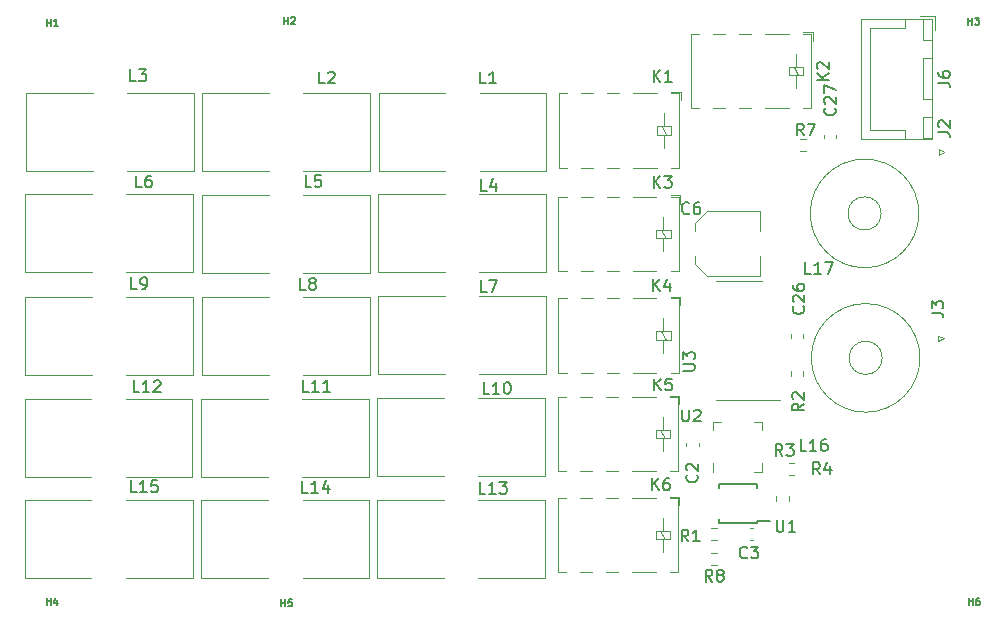
<source format=gbr>
%TF.GenerationSoftware,KiCad,Pcbnew,7.0.10*%
%TF.CreationDate,2024-04-14T10:08:43-05:00*%
%TF.ProjectId,txfilters,74786669-6c74-4657-9273-2e6b69636164,rev?*%
%TF.SameCoordinates,Original*%
%TF.FileFunction,Legend,Top*%
%TF.FilePolarity,Positive*%
%FSLAX46Y46*%
G04 Gerber Fmt 4.6, Leading zero omitted, Abs format (unit mm)*
G04 Created by KiCad (PCBNEW 7.0.10) date 2024-04-14 10:08:43*
%MOMM*%
%LPD*%
G01*
G04 APERTURE LIST*
%ADD10C,0.150000*%
%ADD11C,0.120000*%
G04 APERTURE END LIST*
D10*
X154980905Y-141049819D02*
X154980905Y-140049819D01*
X155552333Y-141049819D02*
X155123762Y-140478390D01*
X155552333Y-140049819D02*
X154980905Y-140621247D01*
X156409476Y-140049819D02*
X156219000Y-140049819D01*
X156219000Y-140049819D02*
X156123762Y-140097438D01*
X156123762Y-140097438D02*
X156076143Y-140145057D01*
X156076143Y-140145057D02*
X155980905Y-140287914D01*
X155980905Y-140287914D02*
X155933286Y-140478390D01*
X155933286Y-140478390D02*
X155933286Y-140859342D01*
X155933286Y-140859342D02*
X155980905Y-140954580D01*
X155980905Y-140954580D02*
X156028524Y-141002200D01*
X156028524Y-141002200D02*
X156123762Y-141049819D01*
X156123762Y-141049819D02*
X156314238Y-141049819D01*
X156314238Y-141049819D02*
X156409476Y-141002200D01*
X156409476Y-141002200D02*
X156457095Y-140954580D01*
X156457095Y-140954580D02*
X156504714Y-140859342D01*
X156504714Y-140859342D02*
X156504714Y-140621247D01*
X156504714Y-140621247D02*
X156457095Y-140526009D01*
X156457095Y-140526009D02*
X156409476Y-140478390D01*
X156409476Y-140478390D02*
X156314238Y-140430771D01*
X156314238Y-140430771D02*
X156123762Y-140430771D01*
X156123762Y-140430771D02*
X156028524Y-140478390D01*
X156028524Y-140478390D02*
X155980905Y-140526009D01*
X155980905Y-140526009D02*
X155933286Y-140621247D01*
X111388333Y-124037319D02*
X110912143Y-124037319D01*
X110912143Y-124037319D02*
X110912143Y-123037319D01*
X111769286Y-124037319D02*
X111959762Y-124037319D01*
X111959762Y-124037319D02*
X112055000Y-123989700D01*
X112055000Y-123989700D02*
X112102619Y-123942080D01*
X112102619Y-123942080D02*
X112197857Y-123799223D01*
X112197857Y-123799223D02*
X112245476Y-123608747D01*
X112245476Y-123608747D02*
X112245476Y-123227795D01*
X112245476Y-123227795D02*
X112197857Y-123132557D01*
X112197857Y-123132557D02*
X112150238Y-123084938D01*
X112150238Y-123084938D02*
X112055000Y-123037319D01*
X112055000Y-123037319D02*
X111864524Y-123037319D01*
X111864524Y-123037319D02*
X111769286Y-123084938D01*
X111769286Y-123084938D02*
X111721667Y-123132557D01*
X111721667Y-123132557D02*
X111674048Y-123227795D01*
X111674048Y-123227795D02*
X111674048Y-123465890D01*
X111674048Y-123465890D02*
X111721667Y-123561128D01*
X111721667Y-123561128D02*
X111769286Y-123608747D01*
X111769286Y-123608747D02*
X111864524Y-123656366D01*
X111864524Y-123656366D02*
X112055000Y-123656366D01*
X112055000Y-123656366D02*
X112150238Y-123608747D01*
X112150238Y-123608747D02*
X112197857Y-123561128D01*
X112197857Y-123561128D02*
X112245476Y-123465890D01*
X170466580Y-108703857D02*
X170514200Y-108751476D01*
X170514200Y-108751476D02*
X170561819Y-108894333D01*
X170561819Y-108894333D02*
X170561819Y-108989571D01*
X170561819Y-108989571D02*
X170514200Y-109132428D01*
X170514200Y-109132428D02*
X170418961Y-109227666D01*
X170418961Y-109227666D02*
X170323723Y-109275285D01*
X170323723Y-109275285D02*
X170133247Y-109322904D01*
X170133247Y-109322904D02*
X169990390Y-109322904D01*
X169990390Y-109322904D02*
X169799914Y-109275285D01*
X169799914Y-109275285D02*
X169704676Y-109227666D01*
X169704676Y-109227666D02*
X169609438Y-109132428D01*
X169609438Y-109132428D02*
X169561819Y-108989571D01*
X169561819Y-108989571D02*
X169561819Y-108894333D01*
X169561819Y-108894333D02*
X169609438Y-108751476D01*
X169609438Y-108751476D02*
X169657057Y-108703857D01*
X169657057Y-108322904D02*
X169609438Y-108275285D01*
X169609438Y-108275285D02*
X169561819Y-108180047D01*
X169561819Y-108180047D02*
X169561819Y-107941952D01*
X169561819Y-107941952D02*
X169609438Y-107846714D01*
X169609438Y-107846714D02*
X169657057Y-107799095D01*
X169657057Y-107799095D02*
X169752295Y-107751476D01*
X169752295Y-107751476D02*
X169847533Y-107751476D01*
X169847533Y-107751476D02*
X169990390Y-107799095D01*
X169990390Y-107799095D02*
X170561819Y-108370523D01*
X170561819Y-108370523D02*
X170561819Y-107751476D01*
X169561819Y-107418142D02*
X169561819Y-106751476D01*
X169561819Y-106751476D02*
X170561819Y-107180047D01*
X103722857Y-101769771D02*
X103722857Y-101169771D01*
X103722857Y-101455485D02*
X104065714Y-101455485D01*
X104065714Y-101769771D02*
X104065714Y-101169771D01*
X104665713Y-101769771D02*
X104322856Y-101769771D01*
X104494285Y-101769771D02*
X104494285Y-101169771D01*
X104494285Y-101169771D02*
X104437142Y-101255485D01*
X104437142Y-101255485D02*
X104379999Y-101312628D01*
X104379999Y-101312628D02*
X104322856Y-101341200D01*
X140918333Y-106604819D02*
X140442143Y-106604819D01*
X140442143Y-106604819D02*
X140442143Y-105604819D01*
X141775476Y-106604819D02*
X141204048Y-106604819D01*
X141489762Y-106604819D02*
X141489762Y-105604819D01*
X141489762Y-105604819D02*
X141394524Y-105747676D01*
X141394524Y-105747676D02*
X141299286Y-105842914D01*
X141299286Y-105842914D02*
X141204048Y-105890533D01*
X155122905Y-106459819D02*
X155122905Y-105459819D01*
X155694333Y-106459819D02*
X155265762Y-105888390D01*
X155694333Y-105459819D02*
X155122905Y-106031247D01*
X156646714Y-106459819D02*
X156075286Y-106459819D01*
X156361000Y-106459819D02*
X156361000Y-105459819D01*
X156361000Y-105459819D02*
X156265762Y-105602676D01*
X156265762Y-105602676D02*
X156170524Y-105697914D01*
X156170524Y-105697914D02*
X156075286Y-105745533D01*
X168444142Y-122731819D02*
X167967952Y-122731819D01*
X167967952Y-122731819D02*
X167967952Y-121731819D01*
X169301285Y-122731819D02*
X168729857Y-122731819D01*
X169015571Y-122731819D02*
X169015571Y-121731819D01*
X169015571Y-121731819D02*
X168920333Y-121874676D01*
X168920333Y-121874676D02*
X168825095Y-121969914D01*
X168825095Y-121969914D02*
X168729857Y-122017533D01*
X169634619Y-121731819D02*
X170301285Y-121731819D01*
X170301285Y-121731819D02*
X169872714Y-122731819D01*
X127278333Y-106604819D02*
X126802143Y-106604819D01*
X126802143Y-106604819D02*
X126802143Y-105604819D01*
X127564048Y-105700057D02*
X127611667Y-105652438D01*
X127611667Y-105652438D02*
X127706905Y-105604819D01*
X127706905Y-105604819D02*
X127945000Y-105604819D01*
X127945000Y-105604819D02*
X128040238Y-105652438D01*
X128040238Y-105652438D02*
X128087857Y-105700057D01*
X128087857Y-105700057D02*
X128135476Y-105795295D01*
X128135476Y-105795295D02*
X128135476Y-105890533D01*
X128135476Y-105890533D02*
X128087857Y-106033390D01*
X128087857Y-106033390D02*
X127516429Y-106604819D01*
X127516429Y-106604819D02*
X128135476Y-106604819D01*
X111308333Y-106414819D02*
X110832143Y-106414819D01*
X110832143Y-106414819D02*
X110832143Y-105414819D01*
X111546429Y-105414819D02*
X112165476Y-105414819D01*
X112165476Y-105414819D02*
X111832143Y-105795771D01*
X111832143Y-105795771D02*
X111975000Y-105795771D01*
X111975000Y-105795771D02*
X112070238Y-105843390D01*
X112070238Y-105843390D02*
X112117857Y-105891009D01*
X112117857Y-105891009D02*
X112165476Y-105986247D01*
X112165476Y-105986247D02*
X112165476Y-106224342D01*
X112165476Y-106224342D02*
X112117857Y-106319580D01*
X112117857Y-106319580D02*
X112070238Y-106367200D01*
X112070238Y-106367200D02*
X111975000Y-106414819D01*
X111975000Y-106414819D02*
X111689286Y-106414819D01*
X111689286Y-106414819D02*
X111594048Y-106367200D01*
X111594048Y-106367200D02*
X111546429Y-106319580D01*
X155164905Y-132601319D02*
X155164905Y-131601319D01*
X155736333Y-132601319D02*
X155307762Y-132029890D01*
X155736333Y-131601319D02*
X155164905Y-132172747D01*
X156641095Y-131601319D02*
X156164905Y-131601319D01*
X156164905Y-131601319D02*
X156117286Y-132077509D01*
X156117286Y-132077509D02*
X156164905Y-132029890D01*
X156164905Y-132029890D02*
X156260143Y-131982271D01*
X156260143Y-131982271D02*
X156498238Y-131982271D01*
X156498238Y-131982271D02*
X156593476Y-132029890D01*
X156593476Y-132029890D02*
X156641095Y-132077509D01*
X156641095Y-132077509D02*
X156688714Y-132172747D01*
X156688714Y-132172747D02*
X156688714Y-132410842D01*
X156688714Y-132410842D02*
X156641095Y-132506080D01*
X156641095Y-132506080D02*
X156593476Y-132553700D01*
X156593476Y-132553700D02*
X156498238Y-132601319D01*
X156498238Y-132601319D02*
X156260143Y-132601319D01*
X156260143Y-132601319D02*
X156164905Y-132553700D01*
X156164905Y-132553700D02*
X156117286Y-132506080D01*
X157605819Y-130928904D02*
X158415342Y-130928904D01*
X158415342Y-130928904D02*
X158510580Y-130881285D01*
X158510580Y-130881285D02*
X158558200Y-130833666D01*
X158558200Y-130833666D02*
X158605819Y-130738428D01*
X158605819Y-130738428D02*
X158605819Y-130547952D01*
X158605819Y-130547952D02*
X158558200Y-130452714D01*
X158558200Y-130452714D02*
X158510580Y-130405095D01*
X158510580Y-130405095D02*
X158415342Y-130357476D01*
X158415342Y-130357476D02*
X157605819Y-130357476D01*
X157605819Y-129976523D02*
X157605819Y-129357476D01*
X157605819Y-129357476D02*
X157986771Y-129690809D01*
X157986771Y-129690809D02*
X157986771Y-129547952D01*
X157986771Y-129547952D02*
X158034390Y-129452714D01*
X158034390Y-129452714D02*
X158082009Y-129405095D01*
X158082009Y-129405095D02*
X158177247Y-129357476D01*
X158177247Y-129357476D02*
X158415342Y-129357476D01*
X158415342Y-129357476D02*
X158510580Y-129405095D01*
X158510580Y-129405095D02*
X158558200Y-129452714D01*
X158558200Y-129452714D02*
X158605819Y-129547952D01*
X158605819Y-129547952D02*
X158605819Y-129833666D01*
X158605819Y-129833666D02*
X158558200Y-129928904D01*
X158558200Y-129928904D02*
X158510580Y-129976523D01*
X163044333Y-146724580D02*
X162996714Y-146772200D01*
X162996714Y-146772200D02*
X162853857Y-146819819D01*
X162853857Y-146819819D02*
X162758619Y-146819819D01*
X162758619Y-146819819D02*
X162615762Y-146772200D01*
X162615762Y-146772200D02*
X162520524Y-146676961D01*
X162520524Y-146676961D02*
X162472905Y-146581723D01*
X162472905Y-146581723D02*
X162425286Y-146391247D01*
X162425286Y-146391247D02*
X162425286Y-146248390D01*
X162425286Y-146248390D02*
X162472905Y-146057914D01*
X162472905Y-146057914D02*
X162520524Y-145962676D01*
X162520524Y-145962676D02*
X162615762Y-145867438D01*
X162615762Y-145867438D02*
X162758619Y-145819819D01*
X162758619Y-145819819D02*
X162853857Y-145819819D01*
X162853857Y-145819819D02*
X162996714Y-145867438D01*
X162996714Y-145867438D02*
X163044333Y-145915057D01*
X163377667Y-145819819D02*
X163996714Y-145819819D01*
X163996714Y-145819819D02*
X163663381Y-146200771D01*
X163663381Y-146200771D02*
X163806238Y-146200771D01*
X163806238Y-146200771D02*
X163901476Y-146248390D01*
X163901476Y-146248390D02*
X163949095Y-146296009D01*
X163949095Y-146296009D02*
X163996714Y-146391247D01*
X163996714Y-146391247D02*
X163996714Y-146629342D01*
X163996714Y-146629342D02*
X163949095Y-146724580D01*
X163949095Y-146724580D02*
X163901476Y-146772200D01*
X163901476Y-146772200D02*
X163806238Y-146819819D01*
X163806238Y-146819819D02*
X163520524Y-146819819D01*
X163520524Y-146819819D02*
X163425286Y-146772200D01*
X163425286Y-146772200D02*
X163377667Y-146724580D01*
X181792857Y-150779771D02*
X181792857Y-150179771D01*
X181792857Y-150465485D02*
X182135714Y-150465485D01*
X182135714Y-150779771D02*
X182135714Y-150179771D01*
X182678571Y-150179771D02*
X182564285Y-150179771D01*
X182564285Y-150179771D02*
X182507142Y-150208342D01*
X182507142Y-150208342D02*
X182478571Y-150236914D01*
X182478571Y-150236914D02*
X182421428Y-150322628D01*
X182421428Y-150322628D02*
X182392856Y-150436914D01*
X182392856Y-150436914D02*
X182392856Y-150665485D01*
X182392856Y-150665485D02*
X182421428Y-150722628D01*
X182421428Y-150722628D02*
X182449999Y-150751200D01*
X182449999Y-150751200D02*
X182507142Y-150779771D01*
X182507142Y-150779771D02*
X182621428Y-150779771D01*
X182621428Y-150779771D02*
X182678571Y-150751200D01*
X182678571Y-150751200D02*
X182707142Y-150722628D01*
X182707142Y-150722628D02*
X182735713Y-150665485D01*
X182735713Y-150665485D02*
X182735713Y-150522628D01*
X182735713Y-150522628D02*
X182707142Y-150465485D01*
X182707142Y-150465485D02*
X182678571Y-150436914D01*
X182678571Y-150436914D02*
X182621428Y-150408342D01*
X182621428Y-150408342D02*
X182507142Y-150408342D01*
X182507142Y-150408342D02*
X182449999Y-150436914D01*
X182449999Y-150436914D02*
X182421428Y-150465485D01*
X182421428Y-150465485D02*
X182392856Y-150522628D01*
X123812857Y-101598771D02*
X123812857Y-100998771D01*
X123812857Y-101284485D02*
X124155714Y-101284485D01*
X124155714Y-101598771D02*
X124155714Y-100998771D01*
X124412856Y-101055914D02*
X124441428Y-101027342D01*
X124441428Y-101027342D02*
X124498571Y-100998771D01*
X124498571Y-100998771D02*
X124641428Y-100998771D01*
X124641428Y-100998771D02*
X124698571Y-101027342D01*
X124698571Y-101027342D02*
X124727142Y-101055914D01*
X124727142Y-101055914D02*
X124755713Y-101113057D01*
X124755713Y-101113057D02*
X124755713Y-101170200D01*
X124755713Y-101170200D02*
X124727142Y-101255914D01*
X124727142Y-101255914D02*
X124384285Y-101598771D01*
X124384285Y-101598771D02*
X124755713Y-101598771D01*
X178658819Y-126046333D02*
X179373104Y-126046333D01*
X179373104Y-126046333D02*
X179515961Y-126093952D01*
X179515961Y-126093952D02*
X179611200Y-126189190D01*
X179611200Y-126189190D02*
X179658819Y-126332047D01*
X179658819Y-126332047D02*
X179658819Y-126427285D01*
X178658819Y-125665380D02*
X178658819Y-125046333D01*
X178658819Y-125046333D02*
X179039771Y-125379666D01*
X179039771Y-125379666D02*
X179039771Y-125236809D01*
X179039771Y-125236809D02*
X179087390Y-125141571D01*
X179087390Y-125141571D02*
X179135009Y-125093952D01*
X179135009Y-125093952D02*
X179230247Y-125046333D01*
X179230247Y-125046333D02*
X179468342Y-125046333D01*
X179468342Y-125046333D02*
X179563580Y-125093952D01*
X179563580Y-125093952D02*
X179611200Y-125141571D01*
X179611200Y-125141571D02*
X179658819Y-125236809D01*
X179658819Y-125236809D02*
X179658819Y-125522523D01*
X179658819Y-125522523D02*
X179611200Y-125617761D01*
X179611200Y-125617761D02*
X179563580Y-125665380D01*
X111778333Y-115416069D02*
X111302143Y-115416069D01*
X111302143Y-115416069D02*
X111302143Y-114416069D01*
X112540238Y-114416069D02*
X112349762Y-114416069D01*
X112349762Y-114416069D02*
X112254524Y-114463688D01*
X112254524Y-114463688D02*
X112206905Y-114511307D01*
X112206905Y-114511307D02*
X112111667Y-114654164D01*
X112111667Y-114654164D02*
X112064048Y-114844640D01*
X112064048Y-114844640D02*
X112064048Y-115225592D01*
X112064048Y-115225592D02*
X112111667Y-115320830D01*
X112111667Y-115320830D02*
X112159286Y-115368450D01*
X112159286Y-115368450D02*
X112254524Y-115416069D01*
X112254524Y-115416069D02*
X112445000Y-115416069D01*
X112445000Y-115416069D02*
X112540238Y-115368450D01*
X112540238Y-115368450D02*
X112587857Y-115320830D01*
X112587857Y-115320830D02*
X112635476Y-115225592D01*
X112635476Y-115225592D02*
X112635476Y-114987497D01*
X112635476Y-114987497D02*
X112587857Y-114892259D01*
X112587857Y-114892259D02*
X112540238Y-114844640D01*
X112540238Y-114844640D02*
X112445000Y-114797021D01*
X112445000Y-114797021D02*
X112254524Y-114797021D01*
X112254524Y-114797021D02*
X112159286Y-114844640D01*
X112159286Y-114844640D02*
X112111667Y-114892259D01*
X112111667Y-114892259D02*
X112064048Y-114987497D01*
X158134333Y-117584580D02*
X158086714Y-117632200D01*
X158086714Y-117632200D02*
X157943857Y-117679819D01*
X157943857Y-117679819D02*
X157848619Y-117679819D01*
X157848619Y-117679819D02*
X157705762Y-117632200D01*
X157705762Y-117632200D02*
X157610524Y-117536961D01*
X157610524Y-117536961D02*
X157562905Y-117441723D01*
X157562905Y-117441723D02*
X157515286Y-117251247D01*
X157515286Y-117251247D02*
X157515286Y-117108390D01*
X157515286Y-117108390D02*
X157562905Y-116917914D01*
X157562905Y-116917914D02*
X157610524Y-116822676D01*
X157610524Y-116822676D02*
X157705762Y-116727438D01*
X157705762Y-116727438D02*
X157848619Y-116679819D01*
X157848619Y-116679819D02*
X157943857Y-116679819D01*
X157943857Y-116679819D02*
X158086714Y-116727438D01*
X158086714Y-116727438D02*
X158134333Y-116775057D01*
X158991476Y-116679819D02*
X158801000Y-116679819D01*
X158801000Y-116679819D02*
X158705762Y-116727438D01*
X158705762Y-116727438D02*
X158658143Y-116775057D01*
X158658143Y-116775057D02*
X158562905Y-116917914D01*
X158562905Y-116917914D02*
X158515286Y-117108390D01*
X158515286Y-117108390D02*
X158515286Y-117489342D01*
X158515286Y-117489342D02*
X158562905Y-117584580D01*
X158562905Y-117584580D02*
X158610524Y-117632200D01*
X158610524Y-117632200D02*
X158705762Y-117679819D01*
X158705762Y-117679819D02*
X158896238Y-117679819D01*
X158896238Y-117679819D02*
X158991476Y-117632200D01*
X158991476Y-117632200D02*
X159039095Y-117584580D01*
X159039095Y-117584580D02*
X159086714Y-117489342D01*
X159086714Y-117489342D02*
X159086714Y-117251247D01*
X159086714Y-117251247D02*
X159039095Y-117156009D01*
X159039095Y-117156009D02*
X158991476Y-117108390D01*
X158991476Y-117108390D02*
X158896238Y-117060771D01*
X158896238Y-117060771D02*
X158705762Y-117060771D01*
X158705762Y-117060771D02*
X158610524Y-117108390D01*
X158610524Y-117108390D02*
X158562905Y-117156009D01*
X158562905Y-117156009D02*
X158515286Y-117251247D01*
X167794580Y-125485857D02*
X167842200Y-125533476D01*
X167842200Y-125533476D02*
X167889819Y-125676333D01*
X167889819Y-125676333D02*
X167889819Y-125771571D01*
X167889819Y-125771571D02*
X167842200Y-125914428D01*
X167842200Y-125914428D02*
X167746961Y-126009666D01*
X167746961Y-126009666D02*
X167651723Y-126057285D01*
X167651723Y-126057285D02*
X167461247Y-126104904D01*
X167461247Y-126104904D02*
X167318390Y-126104904D01*
X167318390Y-126104904D02*
X167127914Y-126057285D01*
X167127914Y-126057285D02*
X167032676Y-126009666D01*
X167032676Y-126009666D02*
X166937438Y-125914428D01*
X166937438Y-125914428D02*
X166889819Y-125771571D01*
X166889819Y-125771571D02*
X166889819Y-125676333D01*
X166889819Y-125676333D02*
X166937438Y-125533476D01*
X166937438Y-125533476D02*
X166985057Y-125485857D01*
X166985057Y-125104904D02*
X166937438Y-125057285D01*
X166937438Y-125057285D02*
X166889819Y-124962047D01*
X166889819Y-124962047D02*
X166889819Y-124723952D01*
X166889819Y-124723952D02*
X166937438Y-124628714D01*
X166937438Y-124628714D02*
X166985057Y-124581095D01*
X166985057Y-124581095D02*
X167080295Y-124533476D01*
X167080295Y-124533476D02*
X167175533Y-124533476D01*
X167175533Y-124533476D02*
X167318390Y-124581095D01*
X167318390Y-124581095D02*
X167889819Y-125152523D01*
X167889819Y-125152523D02*
X167889819Y-124533476D01*
X166889819Y-123676333D02*
X166889819Y-123866809D01*
X166889819Y-123866809D02*
X166937438Y-123962047D01*
X166937438Y-123962047D02*
X166985057Y-124009666D01*
X166985057Y-124009666D02*
X167127914Y-124104904D01*
X167127914Y-124104904D02*
X167318390Y-124152523D01*
X167318390Y-124152523D02*
X167699342Y-124152523D01*
X167699342Y-124152523D02*
X167794580Y-124104904D01*
X167794580Y-124104904D02*
X167842200Y-124057285D01*
X167842200Y-124057285D02*
X167889819Y-123962047D01*
X167889819Y-123962047D02*
X167889819Y-123771571D01*
X167889819Y-123771571D02*
X167842200Y-123676333D01*
X167842200Y-123676333D02*
X167794580Y-123628714D01*
X167794580Y-123628714D02*
X167699342Y-123581095D01*
X167699342Y-123581095D02*
X167461247Y-123581095D01*
X167461247Y-123581095D02*
X167366009Y-123628714D01*
X167366009Y-123628714D02*
X167318390Y-123676333D01*
X167318390Y-123676333D02*
X167270771Y-123771571D01*
X167270771Y-123771571D02*
X167270771Y-123962047D01*
X167270771Y-123962047D02*
X167318390Y-124057285D01*
X167318390Y-124057285D02*
X167366009Y-124104904D01*
X167366009Y-124104904D02*
X167461247Y-124152523D01*
X111342142Y-141213819D02*
X110865952Y-141213819D01*
X110865952Y-141213819D02*
X110865952Y-140213819D01*
X112199285Y-141213819D02*
X111627857Y-141213819D01*
X111913571Y-141213819D02*
X111913571Y-140213819D01*
X111913571Y-140213819D02*
X111818333Y-140356676D01*
X111818333Y-140356676D02*
X111723095Y-140451914D01*
X111723095Y-140451914D02*
X111627857Y-140499533D01*
X113104047Y-140213819D02*
X112627857Y-140213819D01*
X112627857Y-140213819D02*
X112580238Y-140690009D01*
X112580238Y-140690009D02*
X112627857Y-140642390D01*
X112627857Y-140642390D02*
X112723095Y-140594771D01*
X112723095Y-140594771D02*
X112961190Y-140594771D01*
X112961190Y-140594771D02*
X113056428Y-140642390D01*
X113056428Y-140642390D02*
X113104047Y-140690009D01*
X113104047Y-140690009D02*
X113151666Y-140785247D01*
X113151666Y-140785247D02*
X113151666Y-141023342D01*
X113151666Y-141023342D02*
X113104047Y-141118580D01*
X113104047Y-141118580D02*
X113056428Y-141166200D01*
X113056428Y-141166200D02*
X112961190Y-141213819D01*
X112961190Y-141213819D02*
X112723095Y-141213819D01*
X112723095Y-141213819D02*
X112627857Y-141166200D01*
X112627857Y-141166200D02*
X112580238Y-141118580D01*
X103722857Y-150769771D02*
X103722857Y-150169771D01*
X103722857Y-150455485D02*
X104065714Y-150455485D01*
X104065714Y-150769771D02*
X104065714Y-150169771D01*
X104608571Y-150369771D02*
X104608571Y-150769771D01*
X104465713Y-150141200D02*
X104322856Y-150569771D01*
X104322856Y-150569771D02*
X104694285Y-150569771D01*
X123602857Y-150879771D02*
X123602857Y-150279771D01*
X123602857Y-150565485D02*
X123945714Y-150565485D01*
X123945714Y-150879771D02*
X123945714Y-150279771D01*
X124517142Y-150279771D02*
X124231428Y-150279771D01*
X124231428Y-150279771D02*
X124202856Y-150565485D01*
X124202856Y-150565485D02*
X124231428Y-150536914D01*
X124231428Y-150536914D02*
X124288571Y-150508342D01*
X124288571Y-150508342D02*
X124431428Y-150508342D01*
X124431428Y-150508342D02*
X124488571Y-150536914D01*
X124488571Y-150536914D02*
X124517142Y-150565485D01*
X124517142Y-150565485D02*
X124545713Y-150622628D01*
X124545713Y-150622628D02*
X124545713Y-150765485D01*
X124545713Y-150765485D02*
X124517142Y-150822628D01*
X124517142Y-150822628D02*
X124488571Y-150851200D01*
X124488571Y-150851200D02*
X124431428Y-150879771D01*
X124431428Y-150879771D02*
X124288571Y-150879771D01*
X124288571Y-150879771D02*
X124231428Y-150851200D01*
X124231428Y-150851200D02*
X124202856Y-150822628D01*
X168038142Y-137735819D02*
X167561952Y-137735819D01*
X167561952Y-137735819D02*
X167561952Y-136735819D01*
X168895285Y-137735819D02*
X168323857Y-137735819D01*
X168609571Y-137735819D02*
X168609571Y-136735819D01*
X168609571Y-136735819D02*
X168514333Y-136878676D01*
X168514333Y-136878676D02*
X168419095Y-136973914D01*
X168419095Y-136973914D02*
X168323857Y-137021533D01*
X169752428Y-136735819D02*
X169561952Y-136735819D01*
X169561952Y-136735819D02*
X169466714Y-136783438D01*
X169466714Y-136783438D02*
X169419095Y-136831057D01*
X169419095Y-136831057D02*
X169323857Y-136973914D01*
X169323857Y-136973914D02*
X169276238Y-137164390D01*
X169276238Y-137164390D02*
X169276238Y-137545342D01*
X169276238Y-137545342D02*
X169323857Y-137640580D01*
X169323857Y-137640580D02*
X169371476Y-137688200D01*
X169371476Y-137688200D02*
X169466714Y-137735819D01*
X169466714Y-137735819D02*
X169657190Y-137735819D01*
X169657190Y-137735819D02*
X169752428Y-137688200D01*
X169752428Y-137688200D02*
X169800047Y-137640580D01*
X169800047Y-137640580D02*
X169847666Y-137545342D01*
X169847666Y-137545342D02*
X169847666Y-137307247D01*
X169847666Y-137307247D02*
X169800047Y-137212009D01*
X169800047Y-137212009D02*
X169752428Y-137164390D01*
X169752428Y-137164390D02*
X169657190Y-137116771D01*
X169657190Y-137116771D02*
X169466714Y-137116771D01*
X169466714Y-137116771D02*
X169371476Y-137164390D01*
X169371476Y-137164390D02*
X169323857Y-137212009D01*
X169323857Y-137212009D02*
X169276238Y-137307247D01*
X167859819Y-133715666D02*
X167383628Y-134048999D01*
X167859819Y-134287094D02*
X166859819Y-134287094D01*
X166859819Y-134287094D02*
X166859819Y-133906142D01*
X166859819Y-133906142D02*
X166907438Y-133810904D01*
X166907438Y-133810904D02*
X166955057Y-133763285D01*
X166955057Y-133763285D02*
X167050295Y-133715666D01*
X167050295Y-133715666D02*
X167193152Y-133715666D01*
X167193152Y-133715666D02*
X167288390Y-133763285D01*
X167288390Y-133763285D02*
X167336009Y-133810904D01*
X167336009Y-133810904D02*
X167383628Y-133906142D01*
X167383628Y-133906142D02*
X167383628Y-134287094D01*
X166955057Y-133334713D02*
X166907438Y-133287094D01*
X166907438Y-133287094D02*
X166859819Y-133191856D01*
X166859819Y-133191856D02*
X166859819Y-132953761D01*
X166859819Y-132953761D02*
X166907438Y-132858523D01*
X166907438Y-132858523D02*
X166955057Y-132810904D01*
X166955057Y-132810904D02*
X167050295Y-132763285D01*
X167050295Y-132763285D02*
X167145533Y-132763285D01*
X167145533Y-132763285D02*
X167288390Y-132810904D01*
X167288390Y-132810904D02*
X167859819Y-133382332D01*
X167859819Y-133382332D02*
X167859819Y-132763285D01*
X181762857Y-101629771D02*
X181762857Y-101029771D01*
X181762857Y-101315485D02*
X182105714Y-101315485D01*
X182105714Y-101629771D02*
X182105714Y-101029771D01*
X182334285Y-101029771D02*
X182705713Y-101029771D01*
X182705713Y-101029771D02*
X182505713Y-101258342D01*
X182505713Y-101258342D02*
X182591428Y-101258342D01*
X182591428Y-101258342D02*
X182648571Y-101286914D01*
X182648571Y-101286914D02*
X182677142Y-101315485D01*
X182677142Y-101315485D02*
X182705713Y-101372628D01*
X182705713Y-101372628D02*
X182705713Y-101515485D01*
X182705713Y-101515485D02*
X182677142Y-101572628D01*
X182677142Y-101572628D02*
X182648571Y-101601200D01*
X182648571Y-101601200D02*
X182591428Y-101629771D01*
X182591428Y-101629771D02*
X182419999Y-101629771D01*
X182419999Y-101629771D02*
X182362856Y-101601200D01*
X182362856Y-101601200D02*
X182334285Y-101572628D01*
X166033333Y-138134819D02*
X165700000Y-137658628D01*
X165461905Y-138134819D02*
X165461905Y-137134819D01*
X165461905Y-137134819D02*
X165842857Y-137134819D01*
X165842857Y-137134819D02*
X165938095Y-137182438D01*
X165938095Y-137182438D02*
X165985714Y-137230057D01*
X165985714Y-137230057D02*
X166033333Y-137325295D01*
X166033333Y-137325295D02*
X166033333Y-137468152D01*
X166033333Y-137468152D02*
X165985714Y-137563390D01*
X165985714Y-137563390D02*
X165938095Y-137611009D01*
X165938095Y-137611009D02*
X165842857Y-137658628D01*
X165842857Y-137658628D02*
X165461905Y-137658628D01*
X166366667Y-137134819D02*
X166985714Y-137134819D01*
X166985714Y-137134819D02*
X166652381Y-137515771D01*
X166652381Y-137515771D02*
X166795238Y-137515771D01*
X166795238Y-137515771D02*
X166890476Y-137563390D01*
X166890476Y-137563390D02*
X166938095Y-137611009D01*
X166938095Y-137611009D02*
X166985714Y-137706247D01*
X166985714Y-137706247D02*
X166985714Y-137944342D01*
X166985714Y-137944342D02*
X166938095Y-138039580D01*
X166938095Y-138039580D02*
X166890476Y-138087200D01*
X166890476Y-138087200D02*
X166795238Y-138134819D01*
X166795238Y-138134819D02*
X166509524Y-138134819D01*
X166509524Y-138134819D02*
X166414286Y-138087200D01*
X166414286Y-138087200D02*
X166366667Y-138039580D01*
X179216819Y-110744333D02*
X179931104Y-110744333D01*
X179931104Y-110744333D02*
X180073961Y-110791952D01*
X180073961Y-110791952D02*
X180169200Y-110887190D01*
X180169200Y-110887190D02*
X180216819Y-111030047D01*
X180216819Y-111030047D02*
X180216819Y-111125285D01*
X179312057Y-110315761D02*
X179264438Y-110268142D01*
X179264438Y-110268142D02*
X179216819Y-110172904D01*
X179216819Y-110172904D02*
X179216819Y-109934809D01*
X179216819Y-109934809D02*
X179264438Y-109839571D01*
X179264438Y-109839571D02*
X179312057Y-109791952D01*
X179312057Y-109791952D02*
X179407295Y-109744333D01*
X179407295Y-109744333D02*
X179502533Y-109744333D01*
X179502533Y-109744333D02*
X179645390Y-109791952D01*
X179645390Y-109791952D02*
X180216819Y-110363380D01*
X180216819Y-110363380D02*
X180216819Y-109744333D01*
X169198333Y-139699819D02*
X168865000Y-139223628D01*
X168626905Y-139699819D02*
X168626905Y-138699819D01*
X168626905Y-138699819D02*
X169007857Y-138699819D01*
X169007857Y-138699819D02*
X169103095Y-138747438D01*
X169103095Y-138747438D02*
X169150714Y-138795057D01*
X169150714Y-138795057D02*
X169198333Y-138890295D01*
X169198333Y-138890295D02*
X169198333Y-139033152D01*
X169198333Y-139033152D02*
X169150714Y-139128390D01*
X169150714Y-139128390D02*
X169103095Y-139176009D01*
X169103095Y-139176009D02*
X169007857Y-139223628D01*
X169007857Y-139223628D02*
X168626905Y-139223628D01*
X170055476Y-139033152D02*
X170055476Y-139699819D01*
X169817381Y-138652200D02*
X169579286Y-139366485D01*
X169579286Y-139366485D02*
X170198333Y-139366485D01*
X125912142Y-132720069D02*
X125435952Y-132720069D01*
X125435952Y-132720069D02*
X125435952Y-131720069D01*
X126769285Y-132720069D02*
X126197857Y-132720069D01*
X126483571Y-132720069D02*
X126483571Y-131720069D01*
X126483571Y-131720069D02*
X126388333Y-131862926D01*
X126388333Y-131862926D02*
X126293095Y-131958164D01*
X126293095Y-131958164D02*
X126197857Y-132005783D01*
X127721666Y-132720069D02*
X127150238Y-132720069D01*
X127435952Y-132720069D02*
X127435952Y-131720069D01*
X127435952Y-131720069D02*
X127340714Y-131862926D01*
X127340714Y-131862926D02*
X127245476Y-131958164D01*
X127245476Y-131958164D02*
X127150238Y-132005783D01*
X140988333Y-124257319D02*
X140512143Y-124257319D01*
X140512143Y-124257319D02*
X140512143Y-123257319D01*
X141226429Y-123257319D02*
X141893095Y-123257319D01*
X141893095Y-123257319D02*
X141464524Y-124257319D01*
X179207819Y-106546333D02*
X179922104Y-106546333D01*
X179922104Y-106546333D02*
X180064961Y-106593952D01*
X180064961Y-106593952D02*
X180160200Y-106689190D01*
X180160200Y-106689190D02*
X180207819Y-106832047D01*
X180207819Y-106832047D02*
X180207819Y-106927285D01*
X179207819Y-105641571D02*
X179207819Y-105832047D01*
X179207819Y-105832047D02*
X179255438Y-105927285D01*
X179255438Y-105927285D02*
X179303057Y-105974904D01*
X179303057Y-105974904D02*
X179445914Y-106070142D01*
X179445914Y-106070142D02*
X179636390Y-106117761D01*
X179636390Y-106117761D02*
X180017342Y-106117761D01*
X180017342Y-106117761D02*
X180112580Y-106070142D01*
X180112580Y-106070142D02*
X180160200Y-106022523D01*
X180160200Y-106022523D02*
X180207819Y-105927285D01*
X180207819Y-105927285D02*
X180207819Y-105736809D01*
X180207819Y-105736809D02*
X180160200Y-105641571D01*
X180160200Y-105641571D02*
X180112580Y-105593952D01*
X180112580Y-105593952D02*
X180017342Y-105546333D01*
X180017342Y-105546333D02*
X179779247Y-105546333D01*
X179779247Y-105546333D02*
X179684009Y-105593952D01*
X179684009Y-105593952D02*
X179636390Y-105641571D01*
X179636390Y-105641571D02*
X179588771Y-105736809D01*
X179588771Y-105736809D02*
X179588771Y-105927285D01*
X179588771Y-105927285D02*
X179636390Y-106022523D01*
X179636390Y-106022523D02*
X179684009Y-106070142D01*
X179684009Y-106070142D02*
X179779247Y-106117761D01*
X169939819Y-106323094D02*
X168939819Y-106323094D01*
X169939819Y-105751666D02*
X169368390Y-106180237D01*
X168939819Y-105751666D02*
X169511247Y-106323094D01*
X169035057Y-105370713D02*
X168987438Y-105323094D01*
X168987438Y-105323094D02*
X168939819Y-105227856D01*
X168939819Y-105227856D02*
X168939819Y-104989761D01*
X168939819Y-104989761D02*
X168987438Y-104894523D01*
X168987438Y-104894523D02*
X169035057Y-104846904D01*
X169035057Y-104846904D02*
X169130295Y-104799285D01*
X169130295Y-104799285D02*
X169225533Y-104799285D01*
X169225533Y-104799285D02*
X169368390Y-104846904D01*
X169368390Y-104846904D02*
X169939819Y-105418332D01*
X169939819Y-105418332D02*
X169939819Y-104799285D01*
X140998333Y-115701069D02*
X140522143Y-115701069D01*
X140522143Y-115701069D02*
X140522143Y-114701069D01*
X141760238Y-115034402D02*
X141760238Y-115701069D01*
X141522143Y-114653450D02*
X141284048Y-115367735D01*
X141284048Y-115367735D02*
X141903095Y-115367735D01*
X125668333Y-124102319D02*
X125192143Y-124102319D01*
X125192143Y-124102319D02*
X125192143Y-123102319D01*
X126144524Y-123530890D02*
X126049286Y-123483271D01*
X126049286Y-123483271D02*
X126001667Y-123435652D01*
X126001667Y-123435652D02*
X125954048Y-123340414D01*
X125954048Y-123340414D02*
X125954048Y-123292795D01*
X125954048Y-123292795D02*
X126001667Y-123197557D01*
X126001667Y-123197557D02*
X126049286Y-123149938D01*
X126049286Y-123149938D02*
X126144524Y-123102319D01*
X126144524Y-123102319D02*
X126335000Y-123102319D01*
X126335000Y-123102319D02*
X126430238Y-123149938D01*
X126430238Y-123149938D02*
X126477857Y-123197557D01*
X126477857Y-123197557D02*
X126525476Y-123292795D01*
X126525476Y-123292795D02*
X126525476Y-123340414D01*
X126525476Y-123340414D02*
X126477857Y-123435652D01*
X126477857Y-123435652D02*
X126430238Y-123483271D01*
X126430238Y-123483271D02*
X126335000Y-123530890D01*
X126335000Y-123530890D02*
X126144524Y-123530890D01*
X126144524Y-123530890D02*
X126049286Y-123578509D01*
X126049286Y-123578509D02*
X126001667Y-123626128D01*
X126001667Y-123626128D02*
X125954048Y-123721366D01*
X125954048Y-123721366D02*
X125954048Y-123911842D01*
X125954048Y-123911842D02*
X126001667Y-124007080D01*
X126001667Y-124007080D02*
X126049286Y-124054700D01*
X126049286Y-124054700D02*
X126144524Y-124102319D01*
X126144524Y-124102319D02*
X126335000Y-124102319D01*
X126335000Y-124102319D02*
X126430238Y-124054700D01*
X126430238Y-124054700D02*
X126477857Y-124007080D01*
X126477857Y-124007080D02*
X126525476Y-123911842D01*
X126525476Y-123911842D02*
X126525476Y-123721366D01*
X126525476Y-123721366D02*
X126477857Y-123626128D01*
X126477857Y-123626128D02*
X126430238Y-123578509D01*
X126430238Y-123578509D02*
X126335000Y-123530890D01*
X111582142Y-132752569D02*
X111105952Y-132752569D01*
X111105952Y-132752569D02*
X111105952Y-131752569D01*
X112439285Y-132752569D02*
X111867857Y-132752569D01*
X112153571Y-132752569D02*
X112153571Y-131752569D01*
X112153571Y-131752569D02*
X112058333Y-131895426D01*
X112058333Y-131895426D02*
X111963095Y-131990664D01*
X111963095Y-131990664D02*
X111867857Y-132038283D01*
X112820238Y-131847807D02*
X112867857Y-131800188D01*
X112867857Y-131800188D02*
X112963095Y-131752569D01*
X112963095Y-131752569D02*
X113201190Y-131752569D01*
X113201190Y-131752569D02*
X113296428Y-131800188D01*
X113296428Y-131800188D02*
X113344047Y-131847807D01*
X113344047Y-131847807D02*
X113391666Y-131943045D01*
X113391666Y-131943045D02*
X113391666Y-132038283D01*
X113391666Y-132038283D02*
X113344047Y-132181140D01*
X113344047Y-132181140D02*
X112772619Y-132752569D01*
X112772619Y-132752569D02*
X113391666Y-132752569D01*
X155124905Y-115442319D02*
X155124905Y-114442319D01*
X155696333Y-115442319D02*
X155267762Y-114870890D01*
X155696333Y-114442319D02*
X155124905Y-115013747D01*
X156029667Y-114442319D02*
X156648714Y-114442319D01*
X156648714Y-114442319D02*
X156315381Y-114823271D01*
X156315381Y-114823271D02*
X156458238Y-114823271D01*
X156458238Y-114823271D02*
X156553476Y-114870890D01*
X156553476Y-114870890D02*
X156601095Y-114918509D01*
X156601095Y-114918509D02*
X156648714Y-115013747D01*
X156648714Y-115013747D02*
X156648714Y-115251842D01*
X156648714Y-115251842D02*
X156601095Y-115347080D01*
X156601095Y-115347080D02*
X156553476Y-115394700D01*
X156553476Y-115394700D02*
X156458238Y-115442319D01*
X156458238Y-115442319D02*
X156172524Y-115442319D01*
X156172524Y-115442319D02*
X156077286Y-115394700D01*
X156077286Y-115394700D02*
X156029667Y-115347080D01*
X158056333Y-145387819D02*
X157723000Y-144911628D01*
X157484905Y-145387819D02*
X157484905Y-144387819D01*
X157484905Y-144387819D02*
X157865857Y-144387819D01*
X157865857Y-144387819D02*
X157961095Y-144435438D01*
X157961095Y-144435438D02*
X158008714Y-144483057D01*
X158008714Y-144483057D02*
X158056333Y-144578295D01*
X158056333Y-144578295D02*
X158056333Y-144721152D01*
X158056333Y-144721152D02*
X158008714Y-144816390D01*
X158008714Y-144816390D02*
X157961095Y-144864009D01*
X157961095Y-144864009D02*
X157865857Y-144911628D01*
X157865857Y-144911628D02*
X157484905Y-144911628D01*
X159008714Y-145387819D02*
X158437286Y-145387819D01*
X158723000Y-145387819D02*
X158723000Y-144387819D01*
X158723000Y-144387819D02*
X158627762Y-144530676D01*
X158627762Y-144530676D02*
X158532524Y-144625914D01*
X158532524Y-144625914D02*
X158437286Y-144673533D01*
X140882142Y-141343819D02*
X140405952Y-141343819D01*
X140405952Y-141343819D02*
X140405952Y-140343819D01*
X141739285Y-141343819D02*
X141167857Y-141343819D01*
X141453571Y-141343819D02*
X141453571Y-140343819D01*
X141453571Y-140343819D02*
X141358333Y-140486676D01*
X141358333Y-140486676D02*
X141263095Y-140581914D01*
X141263095Y-140581914D02*
X141167857Y-140629533D01*
X142072619Y-140343819D02*
X142691666Y-140343819D01*
X142691666Y-140343819D02*
X142358333Y-140724771D01*
X142358333Y-140724771D02*
X142501190Y-140724771D01*
X142501190Y-140724771D02*
X142596428Y-140772390D01*
X142596428Y-140772390D02*
X142644047Y-140820009D01*
X142644047Y-140820009D02*
X142691666Y-140915247D01*
X142691666Y-140915247D02*
X142691666Y-141153342D01*
X142691666Y-141153342D02*
X142644047Y-141248580D01*
X142644047Y-141248580D02*
X142596428Y-141296200D01*
X142596428Y-141296200D02*
X142501190Y-141343819D01*
X142501190Y-141343819D02*
X142215476Y-141343819D01*
X142215476Y-141343819D02*
X142120238Y-141296200D01*
X142120238Y-141296200D02*
X142072619Y-141248580D01*
X165547095Y-143564819D02*
X165547095Y-144374342D01*
X165547095Y-144374342D02*
X165594714Y-144469580D01*
X165594714Y-144469580D02*
X165642333Y-144517200D01*
X165642333Y-144517200D02*
X165737571Y-144564819D01*
X165737571Y-144564819D02*
X165928047Y-144564819D01*
X165928047Y-144564819D02*
X166023285Y-144517200D01*
X166023285Y-144517200D02*
X166070904Y-144469580D01*
X166070904Y-144469580D02*
X166118523Y-144374342D01*
X166118523Y-144374342D02*
X166118523Y-143564819D01*
X167118523Y-144564819D02*
X166547095Y-144564819D01*
X166832809Y-144564819D02*
X166832809Y-143564819D01*
X166832809Y-143564819D02*
X166737571Y-143707676D01*
X166737571Y-143707676D02*
X166642333Y-143802914D01*
X166642333Y-143802914D02*
X166547095Y-143850533D01*
X125872142Y-141253819D02*
X125395952Y-141253819D01*
X125395952Y-141253819D02*
X125395952Y-140253819D01*
X126729285Y-141253819D02*
X126157857Y-141253819D01*
X126443571Y-141253819D02*
X126443571Y-140253819D01*
X126443571Y-140253819D02*
X126348333Y-140396676D01*
X126348333Y-140396676D02*
X126253095Y-140491914D01*
X126253095Y-140491914D02*
X126157857Y-140539533D01*
X127586428Y-140587152D02*
X127586428Y-141253819D01*
X127348333Y-140206200D02*
X127110238Y-140920485D01*
X127110238Y-140920485D02*
X127729285Y-140920485D01*
X126128333Y-115378569D02*
X125652143Y-115378569D01*
X125652143Y-115378569D02*
X125652143Y-114378569D01*
X126937857Y-114378569D02*
X126461667Y-114378569D01*
X126461667Y-114378569D02*
X126414048Y-114854759D01*
X126414048Y-114854759D02*
X126461667Y-114807140D01*
X126461667Y-114807140D02*
X126556905Y-114759521D01*
X126556905Y-114759521D02*
X126795000Y-114759521D01*
X126795000Y-114759521D02*
X126890238Y-114807140D01*
X126890238Y-114807140D02*
X126937857Y-114854759D01*
X126937857Y-114854759D02*
X126985476Y-114949997D01*
X126985476Y-114949997D02*
X126985476Y-115188092D01*
X126985476Y-115188092D02*
X126937857Y-115283330D01*
X126937857Y-115283330D02*
X126890238Y-115330950D01*
X126890238Y-115330950D02*
X126795000Y-115378569D01*
X126795000Y-115378569D02*
X126556905Y-115378569D01*
X126556905Y-115378569D02*
X126461667Y-115330950D01*
X126461667Y-115330950D02*
X126414048Y-115283330D01*
X155064905Y-124208819D02*
X155064905Y-123208819D01*
X155636333Y-124208819D02*
X155207762Y-123637390D01*
X155636333Y-123208819D02*
X155064905Y-123780247D01*
X156493476Y-123542152D02*
X156493476Y-124208819D01*
X156255381Y-123161200D02*
X156017286Y-123875485D01*
X156017286Y-123875485D02*
X156636333Y-123875485D01*
X157545095Y-134217819D02*
X157545095Y-135027342D01*
X157545095Y-135027342D02*
X157592714Y-135122580D01*
X157592714Y-135122580D02*
X157640333Y-135170200D01*
X157640333Y-135170200D02*
X157735571Y-135217819D01*
X157735571Y-135217819D02*
X157926047Y-135217819D01*
X157926047Y-135217819D02*
X158021285Y-135170200D01*
X158021285Y-135170200D02*
X158068904Y-135122580D01*
X158068904Y-135122580D02*
X158116523Y-135027342D01*
X158116523Y-135027342D02*
X158116523Y-134217819D01*
X158545095Y-134313057D02*
X158592714Y-134265438D01*
X158592714Y-134265438D02*
X158687952Y-134217819D01*
X158687952Y-134217819D02*
X158926047Y-134217819D01*
X158926047Y-134217819D02*
X159021285Y-134265438D01*
X159021285Y-134265438D02*
X159068904Y-134313057D01*
X159068904Y-134313057D02*
X159116523Y-134408295D01*
X159116523Y-134408295D02*
X159116523Y-134503533D01*
X159116523Y-134503533D02*
X159068904Y-134646390D01*
X159068904Y-134646390D02*
X158497476Y-135217819D01*
X158497476Y-135217819D02*
X159116523Y-135217819D01*
X167822333Y-111003819D02*
X167489000Y-110527628D01*
X167250905Y-111003819D02*
X167250905Y-110003819D01*
X167250905Y-110003819D02*
X167631857Y-110003819D01*
X167631857Y-110003819D02*
X167727095Y-110051438D01*
X167727095Y-110051438D02*
X167774714Y-110099057D01*
X167774714Y-110099057D02*
X167822333Y-110194295D01*
X167822333Y-110194295D02*
X167822333Y-110337152D01*
X167822333Y-110337152D02*
X167774714Y-110432390D01*
X167774714Y-110432390D02*
X167727095Y-110480009D01*
X167727095Y-110480009D02*
X167631857Y-110527628D01*
X167631857Y-110527628D02*
X167250905Y-110527628D01*
X168155667Y-110003819D02*
X168822333Y-110003819D01*
X168822333Y-110003819D02*
X168393762Y-111003819D01*
X158769580Y-139746166D02*
X158817200Y-139793785D01*
X158817200Y-139793785D02*
X158864819Y-139936642D01*
X158864819Y-139936642D02*
X158864819Y-140031880D01*
X158864819Y-140031880D02*
X158817200Y-140174737D01*
X158817200Y-140174737D02*
X158721961Y-140269975D01*
X158721961Y-140269975D02*
X158626723Y-140317594D01*
X158626723Y-140317594D02*
X158436247Y-140365213D01*
X158436247Y-140365213D02*
X158293390Y-140365213D01*
X158293390Y-140365213D02*
X158102914Y-140317594D01*
X158102914Y-140317594D02*
X158007676Y-140269975D01*
X158007676Y-140269975D02*
X157912438Y-140174737D01*
X157912438Y-140174737D02*
X157864819Y-140031880D01*
X157864819Y-140031880D02*
X157864819Y-139936642D01*
X157864819Y-139936642D02*
X157912438Y-139793785D01*
X157912438Y-139793785D02*
X157960057Y-139746166D01*
X157960057Y-139365213D02*
X157912438Y-139317594D01*
X157912438Y-139317594D02*
X157864819Y-139222356D01*
X157864819Y-139222356D02*
X157864819Y-138984261D01*
X157864819Y-138984261D02*
X157912438Y-138889023D01*
X157912438Y-138889023D02*
X157960057Y-138841404D01*
X157960057Y-138841404D02*
X158055295Y-138793785D01*
X158055295Y-138793785D02*
X158150533Y-138793785D01*
X158150533Y-138793785D02*
X158293390Y-138841404D01*
X158293390Y-138841404D02*
X158864819Y-139412832D01*
X158864819Y-139412832D02*
X158864819Y-138793785D01*
X160088333Y-148786819D02*
X159755000Y-148310628D01*
X159516905Y-148786819D02*
X159516905Y-147786819D01*
X159516905Y-147786819D02*
X159897857Y-147786819D01*
X159897857Y-147786819D02*
X159993095Y-147834438D01*
X159993095Y-147834438D02*
X160040714Y-147882057D01*
X160040714Y-147882057D02*
X160088333Y-147977295D01*
X160088333Y-147977295D02*
X160088333Y-148120152D01*
X160088333Y-148120152D02*
X160040714Y-148215390D01*
X160040714Y-148215390D02*
X159993095Y-148263009D01*
X159993095Y-148263009D02*
X159897857Y-148310628D01*
X159897857Y-148310628D02*
X159516905Y-148310628D01*
X160659762Y-148215390D02*
X160564524Y-148167771D01*
X160564524Y-148167771D02*
X160516905Y-148120152D01*
X160516905Y-148120152D02*
X160469286Y-148024914D01*
X160469286Y-148024914D02*
X160469286Y-147977295D01*
X160469286Y-147977295D02*
X160516905Y-147882057D01*
X160516905Y-147882057D02*
X160564524Y-147834438D01*
X160564524Y-147834438D02*
X160659762Y-147786819D01*
X160659762Y-147786819D02*
X160850238Y-147786819D01*
X160850238Y-147786819D02*
X160945476Y-147834438D01*
X160945476Y-147834438D02*
X160993095Y-147882057D01*
X160993095Y-147882057D02*
X161040714Y-147977295D01*
X161040714Y-147977295D02*
X161040714Y-148024914D01*
X161040714Y-148024914D02*
X160993095Y-148120152D01*
X160993095Y-148120152D02*
X160945476Y-148167771D01*
X160945476Y-148167771D02*
X160850238Y-148215390D01*
X160850238Y-148215390D02*
X160659762Y-148215390D01*
X160659762Y-148215390D02*
X160564524Y-148263009D01*
X160564524Y-148263009D02*
X160516905Y-148310628D01*
X160516905Y-148310628D02*
X160469286Y-148405866D01*
X160469286Y-148405866D02*
X160469286Y-148596342D01*
X160469286Y-148596342D02*
X160516905Y-148691580D01*
X160516905Y-148691580D02*
X160564524Y-148739200D01*
X160564524Y-148739200D02*
X160659762Y-148786819D01*
X160659762Y-148786819D02*
X160850238Y-148786819D01*
X160850238Y-148786819D02*
X160945476Y-148739200D01*
X160945476Y-148739200D02*
X160993095Y-148691580D01*
X160993095Y-148691580D02*
X161040714Y-148596342D01*
X161040714Y-148596342D02*
X161040714Y-148405866D01*
X161040714Y-148405866D02*
X160993095Y-148310628D01*
X160993095Y-148310628D02*
X160945476Y-148263009D01*
X160945476Y-148263009D02*
X160850238Y-148215390D01*
X141202142Y-132907569D02*
X140725952Y-132907569D01*
X140725952Y-132907569D02*
X140725952Y-131907569D01*
X142059285Y-132907569D02*
X141487857Y-132907569D01*
X141773571Y-132907569D02*
X141773571Y-131907569D01*
X141773571Y-131907569D02*
X141678333Y-132050426D01*
X141678333Y-132050426D02*
X141583095Y-132145664D01*
X141583095Y-132145664D02*
X141487857Y-132193283D01*
X142678333Y-131907569D02*
X142773571Y-131907569D01*
X142773571Y-131907569D02*
X142868809Y-131955188D01*
X142868809Y-131955188D02*
X142916428Y-132002807D01*
X142916428Y-132002807D02*
X142964047Y-132098045D01*
X142964047Y-132098045D02*
X143011666Y-132288521D01*
X143011666Y-132288521D02*
X143011666Y-132526616D01*
X143011666Y-132526616D02*
X142964047Y-132717092D01*
X142964047Y-132717092D02*
X142916428Y-132812330D01*
X142916428Y-132812330D02*
X142868809Y-132859950D01*
X142868809Y-132859950D02*
X142773571Y-132907569D01*
X142773571Y-132907569D02*
X142678333Y-132907569D01*
X142678333Y-132907569D02*
X142583095Y-132859950D01*
X142583095Y-132859950D02*
X142535476Y-132812330D01*
X142535476Y-132812330D02*
X142487857Y-132717092D01*
X142487857Y-132717092D02*
X142440238Y-132526616D01*
X142440238Y-132526616D02*
X142440238Y-132288521D01*
X142440238Y-132288521D02*
X142487857Y-132098045D01*
X142487857Y-132098045D02*
X142535476Y-132002807D01*
X142535476Y-132002807D02*
X142583095Y-131955188D01*
X142583095Y-131955188D02*
X142678333Y-131907569D01*
D11*
%TO.C,K6*%
X157305000Y-141595000D02*
X157305000Y-142295000D01*
X156505000Y-141595000D02*
X157305000Y-141595000D01*
X157205000Y-141695000D02*
X157205000Y-147995000D01*
X156505000Y-141695000D02*
X157205000Y-141695000D01*
X153305000Y-141695000D02*
X155305000Y-141695000D01*
X151105000Y-141695000D02*
X152105000Y-141695000D01*
X148905000Y-141695000D02*
X149905000Y-141695000D01*
X147705000Y-141695000D02*
X147005000Y-141695000D01*
X156505000Y-144495000D02*
X155305000Y-144495000D01*
X155905000Y-144495000D02*
X155905000Y-143395000D01*
X155705000Y-144495000D02*
X156105000Y-145195000D01*
X155305000Y-144495000D02*
X155305000Y-145195000D01*
X156505000Y-145195000D02*
X156505000Y-144495000D01*
X155905000Y-145195000D02*
X155905000Y-146295000D01*
X155305000Y-145195000D02*
X156505000Y-145195000D01*
X157205000Y-147995000D02*
X156505000Y-147995000D01*
X155305000Y-147995000D02*
X153305000Y-147995000D01*
X152105000Y-147995000D02*
X151105000Y-147995000D01*
X149905000Y-147995000D02*
X148905000Y-147995000D01*
X147705000Y-147995000D02*
X147005000Y-147995000D01*
X147005000Y-147995000D02*
X147005000Y-141695000D01*
%TO.C,L9*%
X101930000Y-124672500D02*
X101930000Y-131262500D01*
X101930000Y-124672500D02*
X107581000Y-124672500D01*
X101930000Y-131262500D02*
X107581000Y-131262500D01*
X110489000Y-124672500D02*
X116140000Y-124672500D01*
X110489000Y-131262500D02*
X116140000Y-131262500D01*
X116140000Y-124672500D02*
X116140000Y-131262500D01*
%TO.C,C27*%
X169567000Y-111217580D02*
X169567000Y-110936420D01*
X170587000Y-111217580D02*
X170587000Y-110936420D01*
%TO.C,L1*%
X131840000Y-107410000D02*
X131840000Y-114000000D01*
X131840000Y-107410000D02*
X137491000Y-107410000D01*
X131840000Y-114000000D02*
X137491000Y-114000000D01*
X140399000Y-107410000D02*
X146050000Y-107410000D01*
X140399000Y-114000000D02*
X146050000Y-114000000D01*
X146050000Y-107410000D02*
X146050000Y-114000000D01*
%TO.C,K1*%
X157405000Y-107345000D02*
X157405000Y-108045000D01*
X156605000Y-107345000D02*
X157405000Y-107345000D01*
X157305000Y-107445000D02*
X157305000Y-113745000D01*
X156605000Y-107445000D02*
X157305000Y-107445000D01*
X153405000Y-107445000D02*
X155405000Y-107445000D01*
X151205000Y-107445000D02*
X152205000Y-107445000D01*
X149005000Y-107445000D02*
X150005000Y-107445000D01*
X147805000Y-107445000D02*
X147105000Y-107445000D01*
X156605000Y-110245000D02*
X155405000Y-110245000D01*
X156005000Y-110245000D02*
X156005000Y-109145000D01*
X155805000Y-110245000D02*
X156205000Y-110945000D01*
X155405000Y-110245000D02*
X155405000Y-110945000D01*
X156605000Y-110945000D02*
X156605000Y-110245000D01*
X156005000Y-110945000D02*
X156005000Y-112045000D01*
X155405000Y-110945000D02*
X156605000Y-110945000D01*
X157305000Y-113745000D02*
X156605000Y-113745000D01*
X155405000Y-113745000D02*
X153405000Y-113745000D01*
X152205000Y-113745000D02*
X151205000Y-113745000D01*
X150005000Y-113745000D02*
X149005000Y-113745000D01*
X147805000Y-113745000D02*
X147105000Y-113745000D01*
X147105000Y-113745000D02*
X147105000Y-107445000D01*
%TO.C,L17*%
X174388567Y-117615000D02*
G75*
G03*
X171581433Y-117615000I-1403567J0D01*
G01*
X171581433Y-117615000D02*
G75*
G03*
X174388567Y-117615000I1403567J0D01*
G01*
X177586087Y-117615000D02*
G75*
G03*
X168383913Y-117615000I-4601087J0D01*
G01*
X168383913Y-117615000D02*
G75*
G03*
X177586087Y-117615000I4601087J0D01*
G01*
%TO.C,L2*%
X116880000Y-107410000D02*
X116880000Y-114000000D01*
X116880000Y-107410000D02*
X122531000Y-107410000D01*
X116880000Y-114000000D02*
X122531000Y-114000000D01*
X125439000Y-107410000D02*
X131090000Y-107410000D01*
X125439000Y-114000000D02*
X131090000Y-114000000D01*
X131090000Y-107410000D02*
X131090000Y-114000000D01*
%TO.C,L3*%
X102000000Y-107410000D02*
X102000000Y-114000000D01*
X102000000Y-107410000D02*
X107651000Y-107410000D01*
X102000000Y-114000000D02*
X107651000Y-114000000D01*
X110559000Y-107410000D02*
X116210000Y-107410000D01*
X110559000Y-114000000D02*
X116210000Y-114000000D01*
X116210000Y-107410000D02*
X116210000Y-114000000D01*
%TO.C,K5*%
X157295000Y-133032500D02*
X157295000Y-133732500D01*
X156495000Y-133032500D02*
X157295000Y-133032500D01*
X157195000Y-133132500D02*
X157195000Y-139432500D01*
X156495000Y-133132500D02*
X157195000Y-133132500D01*
X153295000Y-133132500D02*
X155295000Y-133132500D01*
X151095000Y-133132500D02*
X152095000Y-133132500D01*
X148895000Y-133132500D02*
X149895000Y-133132500D01*
X147695000Y-133132500D02*
X146995000Y-133132500D01*
X156495000Y-135932500D02*
X155295000Y-135932500D01*
X155895000Y-135932500D02*
X155895000Y-134832500D01*
X155695000Y-135932500D02*
X156095000Y-136632500D01*
X155295000Y-135932500D02*
X155295000Y-136632500D01*
X156495000Y-136632500D02*
X156495000Y-135932500D01*
X155895000Y-136632500D02*
X155895000Y-137732500D01*
X155295000Y-136632500D02*
X156495000Y-136632500D01*
X157195000Y-139432500D02*
X156495000Y-139432500D01*
X155295000Y-139432500D02*
X153295000Y-139432500D01*
X152095000Y-139432500D02*
X151095000Y-139432500D01*
X149895000Y-139432500D02*
X148895000Y-139432500D01*
X147695000Y-139432500D02*
X146995000Y-139432500D01*
X146995000Y-139432500D02*
X146995000Y-133132500D01*
%TO.C,U3*%
X162355000Y-133445000D02*
X165805000Y-133445000D01*
X162355000Y-133445000D02*
X160405000Y-133445000D01*
X162355000Y-123325000D02*
X164305000Y-123325000D01*
X162355000Y-123325000D02*
X160405000Y-123325000D01*
%TO.C,C3*%
X163264420Y-144265000D02*
X163545580Y-144265000D01*
X163264420Y-145285000D02*
X163545580Y-145285000D01*
%TO.C,J3*%
X179200000Y-127955000D02*
X179200000Y-128455000D01*
X179200000Y-128455000D02*
X179700000Y-128205000D01*
X179700000Y-128205000D02*
X179200000Y-127955000D01*
%TO.C,L6*%
X101930000Y-116011250D02*
X101930000Y-122601250D01*
X101930000Y-116011250D02*
X107581000Y-116011250D01*
X101930000Y-122601250D02*
X107581000Y-122601250D01*
X110489000Y-116011250D02*
X116140000Y-116011250D01*
X110489000Y-122601250D02*
X116140000Y-122601250D01*
X116140000Y-116011250D02*
X116140000Y-122601250D01*
%TO.C,C6*%
X158589000Y-118467437D02*
X158589000Y-119103000D01*
X158589000Y-118467437D02*
X159653437Y-117403000D01*
X158589000Y-121858563D02*
X158589000Y-121223000D01*
X158589000Y-121858563D02*
X159653437Y-122923000D01*
X159653437Y-117403000D02*
X164109000Y-117403000D01*
X159653437Y-122923000D02*
X164109000Y-122923000D01*
X164109000Y-117403000D02*
X164109000Y-119103000D01*
X164109000Y-122923000D02*
X164109000Y-121223000D01*
%TO.C,C26*%
X167795000Y-127858420D02*
X167795000Y-128139580D01*
X166775000Y-127858420D02*
X166775000Y-128139580D01*
%TO.C,L15*%
X101880000Y-141919000D02*
X101880000Y-148509000D01*
X101880000Y-141919000D02*
X107531000Y-141919000D01*
X101880000Y-148509000D02*
X107531000Y-148509000D01*
X110439000Y-141919000D02*
X116090000Y-141919000D01*
X110439000Y-148509000D02*
X116090000Y-148509000D01*
X116090000Y-141919000D02*
X116090000Y-148509000D01*
%TO.C,L16*%
X174478567Y-129845000D02*
G75*
G03*
X171671433Y-129845000I-1403567J0D01*
G01*
X171671433Y-129845000D02*
G75*
G03*
X174478567Y-129845000I1403567J0D01*
G01*
X177676087Y-129845000D02*
G75*
G03*
X168473913Y-129845000I-4601087J0D01*
G01*
X168473913Y-129845000D02*
G75*
G03*
X177676087Y-129845000I4601087J0D01*
G01*
%TO.C,R2*%
X167807500Y-130935742D02*
X167807500Y-131410258D01*
X166762500Y-130935742D02*
X166762500Y-131410258D01*
%TO.C,R3*%
X166545500Y-141516742D02*
X166545500Y-141991258D01*
X165500500Y-141516742D02*
X165500500Y-141991258D01*
%TO.C,J2*%
X179250000Y-112145000D02*
X179250000Y-112645000D01*
X179250000Y-112645000D02*
X179750000Y-112395000D01*
X179750000Y-112395000D02*
X179250000Y-112145000D01*
%TO.C,R4*%
X167022258Y-139777500D02*
X166547742Y-139777500D01*
X167022258Y-138732500D02*
X166547742Y-138732500D01*
%TO.C,L11*%
X116830000Y-133315250D02*
X116830000Y-139905250D01*
X116830000Y-133315250D02*
X122481000Y-133315250D01*
X116830000Y-139905250D02*
X122481000Y-139905250D01*
X125389000Y-133315250D02*
X131040000Y-133315250D01*
X125389000Y-139905250D02*
X131040000Y-139905250D01*
X131040000Y-133315250D02*
X131040000Y-139905250D01*
%TO.C,L7*%
X131770000Y-124642500D02*
X131770000Y-131232500D01*
X131770000Y-124642500D02*
X137421000Y-124642500D01*
X131770000Y-131232500D02*
X137421000Y-131232500D01*
X140329000Y-124642500D02*
X145980000Y-124642500D01*
X140329000Y-131232500D02*
X145980000Y-131232500D01*
X145980000Y-124642500D02*
X145980000Y-131232500D01*
%TO.C,J6*%
X178953000Y-100863000D02*
X177703000Y-100863000D01*
X178663000Y-101153000D02*
X172693000Y-101153000D01*
X172693000Y-101153000D02*
X172693000Y-111273000D01*
X178653000Y-101163000D02*
X177903000Y-101163000D01*
X177903000Y-101163000D02*
X177903000Y-102963000D01*
X176403000Y-101163000D02*
X176403000Y-101913000D01*
X176403000Y-101913000D02*
X173453000Y-101913000D01*
X173453000Y-101913000D02*
X173453000Y-106213000D01*
X178953000Y-102113000D02*
X178953000Y-100863000D01*
X178653000Y-102963000D02*
X178653000Y-101163000D01*
X177903000Y-102963000D02*
X178653000Y-102963000D01*
X178653000Y-104463000D02*
X177903000Y-104463000D01*
X177903000Y-104463000D02*
X177903000Y-107963000D01*
X178653000Y-107963000D02*
X178653000Y-104463000D01*
X177903000Y-107963000D02*
X178653000Y-107963000D01*
X178653000Y-109463000D02*
X177903000Y-109463000D01*
X177903000Y-109463000D02*
X177903000Y-111263000D01*
X176403000Y-110513000D02*
X173453000Y-110513000D01*
X173453000Y-110513000D02*
X173453000Y-106213000D01*
X178653000Y-111263000D02*
X178653000Y-109463000D01*
X177903000Y-111263000D02*
X178653000Y-111263000D01*
X176403000Y-111263000D02*
X176403000Y-110513000D01*
X178663000Y-111273000D02*
X178663000Y-101153000D01*
X172693000Y-111273000D02*
X178663000Y-111273000D01*
%TO.C,K2*%
X168585000Y-102285000D02*
X168585000Y-102985000D01*
X167785000Y-102285000D02*
X168585000Y-102285000D01*
X168485000Y-102385000D02*
X168485000Y-108685000D01*
X167785000Y-102385000D02*
X168485000Y-102385000D01*
X164585000Y-102385000D02*
X166585000Y-102385000D01*
X162385000Y-102385000D02*
X163385000Y-102385000D01*
X160185000Y-102385000D02*
X161185000Y-102385000D01*
X158985000Y-102385000D02*
X158285000Y-102385000D01*
X167785000Y-105185000D02*
X166585000Y-105185000D01*
X167185000Y-105185000D02*
X167185000Y-104085000D01*
X166985000Y-105185000D02*
X167385000Y-105885000D01*
X166585000Y-105185000D02*
X166585000Y-105885000D01*
X167785000Y-105885000D02*
X167785000Y-105185000D01*
X167185000Y-105885000D02*
X167185000Y-106985000D01*
X166585000Y-105885000D02*
X167785000Y-105885000D01*
X168485000Y-108685000D02*
X167785000Y-108685000D01*
X166585000Y-108685000D02*
X164585000Y-108685000D01*
X163385000Y-108685000D02*
X162385000Y-108685000D01*
X161185000Y-108685000D02*
X160185000Y-108685000D01*
X158985000Y-108685000D02*
X158285000Y-108685000D01*
X158285000Y-108685000D02*
X158285000Y-102385000D01*
%TO.C,L4*%
X131770000Y-115996250D02*
X131770000Y-122586250D01*
X131770000Y-115996250D02*
X137421000Y-115996250D01*
X131770000Y-122586250D02*
X137421000Y-122586250D01*
X140329000Y-115996250D02*
X145980000Y-115996250D01*
X140329000Y-122586250D02*
X145980000Y-122586250D01*
X145980000Y-115996250D02*
X145980000Y-122586250D01*
%TO.C,L8*%
X116890000Y-124687500D02*
X116890000Y-131277500D01*
X116890000Y-124687500D02*
X122541000Y-124687500D01*
X116890000Y-131277500D02*
X122541000Y-131277500D01*
X125449000Y-124687500D02*
X131100000Y-124687500D01*
X125449000Y-131277500D02*
X131100000Y-131277500D01*
X131100000Y-124687500D02*
X131100000Y-131277500D01*
%TO.C,L12*%
X101870000Y-133307750D02*
X101870000Y-139897750D01*
X101870000Y-133307750D02*
X107521000Y-133307750D01*
X101870000Y-139897750D02*
X107521000Y-139897750D01*
X110429000Y-133307750D02*
X116080000Y-133307750D01*
X110429000Y-139897750D02*
X116080000Y-139897750D01*
X116080000Y-133307750D02*
X116080000Y-139897750D01*
%TO.C,K3*%
X157355000Y-116087500D02*
X157355000Y-116787500D01*
X156555000Y-116087500D02*
X157355000Y-116087500D01*
X157255000Y-116187500D02*
X157255000Y-122487500D01*
X156555000Y-116187500D02*
X157255000Y-116187500D01*
X153355000Y-116187500D02*
X155355000Y-116187500D01*
X151155000Y-116187500D02*
X152155000Y-116187500D01*
X148955000Y-116187500D02*
X149955000Y-116187500D01*
X147755000Y-116187500D02*
X147055000Y-116187500D01*
X156555000Y-118987500D02*
X155355000Y-118987500D01*
X155955000Y-118987500D02*
X155955000Y-117887500D01*
X155755000Y-118987500D02*
X156155000Y-119687500D01*
X155355000Y-118987500D02*
X155355000Y-119687500D01*
X156555000Y-119687500D02*
X156555000Y-118987500D01*
X155955000Y-119687500D02*
X155955000Y-120787500D01*
X155355000Y-119687500D02*
X156555000Y-119687500D01*
X157255000Y-122487500D02*
X156555000Y-122487500D01*
X155355000Y-122487500D02*
X153355000Y-122487500D01*
X152155000Y-122487500D02*
X151155000Y-122487500D01*
X149955000Y-122487500D02*
X148955000Y-122487500D01*
X147755000Y-122487500D02*
X147055000Y-122487500D01*
X147055000Y-122487500D02*
X147055000Y-116187500D01*
%TO.C,R1*%
X160492258Y-145295500D02*
X160017742Y-145295500D01*
X160492258Y-144250500D02*
X160017742Y-144250500D01*
%TO.C,L13*%
X131720000Y-141859000D02*
X131720000Y-148449000D01*
X131720000Y-141859000D02*
X137371000Y-141859000D01*
X131720000Y-148449000D02*
X137371000Y-148449000D01*
X140279000Y-141859000D02*
X145930000Y-141859000D01*
X140279000Y-148449000D02*
X145930000Y-148449000D01*
X145930000Y-141859000D02*
X145930000Y-148449000D01*
D10*
%TO.C,U1*%
X163880000Y-143800000D02*
X163880000Y-143625000D01*
X163880000Y-143800000D02*
X160630000Y-143800000D01*
X163880000Y-143625000D02*
X164955000Y-143625000D01*
X163880000Y-140550000D02*
X163880000Y-140825000D01*
X163880000Y-140550000D02*
X160630000Y-140550000D01*
X160630000Y-143800000D02*
X160630000Y-143525000D01*
X160630000Y-140550000D02*
X160630000Y-140825000D01*
D11*
%TO.C,L14*%
X116840000Y-141919000D02*
X116840000Y-148509000D01*
X116840000Y-141919000D02*
X122491000Y-141919000D01*
X116840000Y-148509000D02*
X122491000Y-148509000D01*
X125399000Y-141919000D02*
X131050000Y-141919000D01*
X125399000Y-148509000D02*
X131050000Y-148509000D01*
X131050000Y-141919000D02*
X131050000Y-148509000D01*
%TO.C,L5*%
X116890000Y-116033750D02*
X116890000Y-122623750D01*
X116890000Y-116033750D02*
X122541000Y-116033750D01*
X116890000Y-122623750D02*
X122541000Y-122623750D01*
X125449000Y-116033750D02*
X131100000Y-116033750D01*
X125449000Y-122623750D02*
X131100000Y-122623750D01*
X131100000Y-116033750D02*
X131100000Y-122623750D01*
%TO.C,K4*%
X157355000Y-124700000D02*
X157355000Y-125400000D01*
X156555000Y-124700000D02*
X157355000Y-124700000D01*
X157255000Y-124800000D02*
X157255000Y-131100000D01*
X156555000Y-124800000D02*
X157255000Y-124800000D01*
X153355000Y-124800000D02*
X155355000Y-124800000D01*
X151155000Y-124800000D02*
X152155000Y-124800000D01*
X148955000Y-124800000D02*
X149955000Y-124800000D01*
X147755000Y-124800000D02*
X147055000Y-124800000D01*
X156555000Y-127600000D02*
X155355000Y-127600000D01*
X155955000Y-127600000D02*
X155955000Y-126500000D01*
X155755000Y-127600000D02*
X156155000Y-128300000D01*
X155355000Y-127600000D02*
X155355000Y-128300000D01*
X156555000Y-128300000D02*
X156555000Y-127600000D01*
X155955000Y-128300000D02*
X155955000Y-129400000D01*
X155355000Y-128300000D02*
X156555000Y-128300000D01*
X157255000Y-131100000D02*
X156555000Y-131100000D01*
X155355000Y-131100000D02*
X153355000Y-131100000D01*
X152155000Y-131100000D02*
X151155000Y-131100000D01*
X149955000Y-131100000D02*
X148955000Y-131100000D01*
X147755000Y-131100000D02*
X147055000Y-131100000D01*
X147055000Y-131100000D02*
X147055000Y-124800000D01*
%TO.C,U2*%
X164335000Y-139485000D02*
X163610000Y-139485000D01*
X160115000Y-138760000D02*
X160115000Y-139485000D01*
X164335000Y-138760000D02*
X164335000Y-139485000D01*
X160115000Y-135990000D02*
X160115000Y-135265000D01*
X164335000Y-135990000D02*
X164335000Y-135265000D01*
X160115000Y-135265000D02*
X160840000Y-135265000D01*
X164335000Y-135265000D02*
X163610000Y-135265000D01*
%TO.C,R7*%
X168008258Y-112361500D02*
X167533742Y-112361500D01*
X168008258Y-111316500D02*
X167533742Y-111316500D01*
%TO.C,C2*%
X157905000Y-137305580D02*
X157905000Y-137024420D01*
X158925000Y-137305580D02*
X158925000Y-137024420D01*
%TO.C,R8*%
X160492258Y-147424500D02*
X160017742Y-147424500D01*
X160492258Y-146379500D02*
X160017742Y-146379500D01*
%TO.C,L10*%
X131710000Y-133262750D02*
X131710000Y-139852750D01*
X131710000Y-133262750D02*
X137361000Y-133262750D01*
X131710000Y-139852750D02*
X137361000Y-139852750D01*
X140269000Y-133262750D02*
X145920000Y-133262750D01*
X140269000Y-139852750D02*
X145920000Y-139852750D01*
X145920000Y-133262750D02*
X145920000Y-139852750D01*
%TD*%
M02*

</source>
